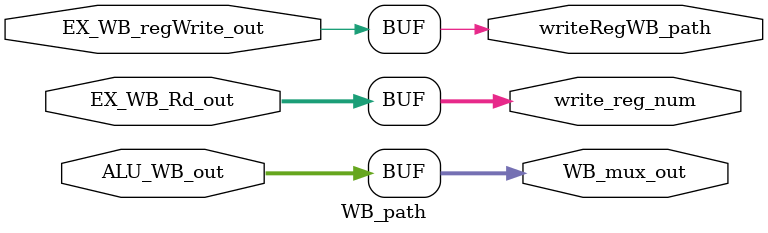
<source format=v>
module WB_path(input [7:0] ALU_WB_out,
  input [2:0] EX_WB_Rd_out,
  input EX_WB_regWrite_out,
  output [7:0] WB_mux_out,
  output writeRegWB_path,
  output [2:0] write_reg_num);
 
  assign WB_mux_out =  ALU_WB_out;
  
  assign writeRegWB_path = EX_WB_regWrite_out;
  
  assign write_reg_num = EX_WB_Rd_out;
  
endmodule
</source>
